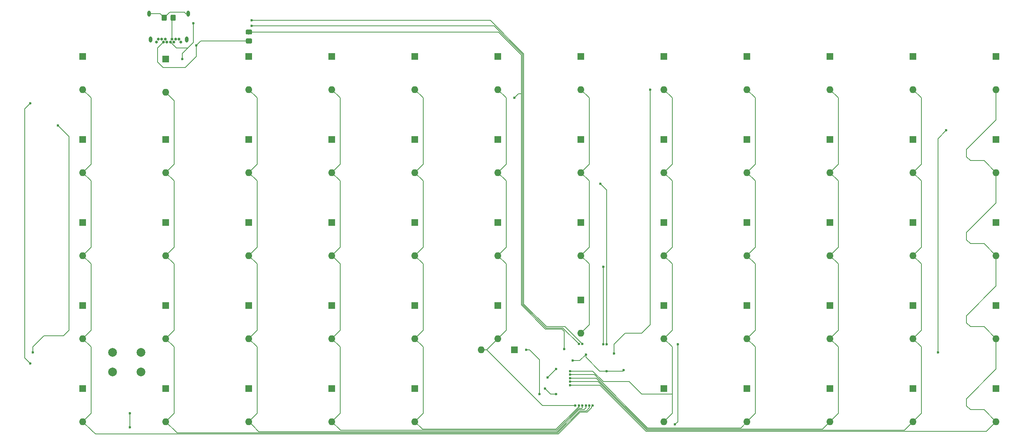
<source format=gbr>
G04 #@! TF.GenerationSoftware,KiCad,Pcbnew,5.1.1*
G04 #@! TF.CreationDate,2019-04-23T11:55:41+02:00*
G04 #@! TF.ProjectId,pcb,7063622e-6b69-4636-9164-5f7063625858,rev?*
G04 #@! TF.SameCoordinates,Original*
G04 #@! TF.FileFunction,Copper,L1,Top*
G04 #@! TF.FilePolarity,Positive*
%FSLAX46Y46*%
G04 Gerber Fmt 4.6, Leading zero omitted, Abs format (unit mm)*
G04 Created by KiCad (PCBNEW 5.1.1) date 2019-04-23 11:55:41*
%MOMM*%
%LPD*%
G04 APERTURE LIST*
%ADD10C,0.100000*%
%ADD11C,1.150000*%
%ADD12C,2.000000*%
%ADD13C,0.650000*%
%ADD14O,0.800000X1.400000*%
%ADD15O,1.600000X1.600000*%
%ADD16R,1.600000X1.600000*%
%ADD17C,0.600000*%
%ADD18C,0.152400*%
G04 APERTURE END LIST*
D10*
G36*
X85564505Y-34614204D02*
G01*
X85588773Y-34617804D01*
X85612572Y-34623765D01*
X85635671Y-34632030D01*
X85657850Y-34642520D01*
X85678893Y-34655132D01*
X85698599Y-34669747D01*
X85716777Y-34686223D01*
X85733253Y-34704401D01*
X85747868Y-34724107D01*
X85760480Y-34745150D01*
X85770970Y-34767329D01*
X85779235Y-34790428D01*
X85785196Y-34814227D01*
X85788796Y-34838495D01*
X85790000Y-34862999D01*
X85790000Y-35513001D01*
X85788796Y-35537505D01*
X85785196Y-35561773D01*
X85779235Y-35585572D01*
X85770970Y-35608671D01*
X85760480Y-35630850D01*
X85747868Y-35651893D01*
X85733253Y-35671599D01*
X85716777Y-35689777D01*
X85698599Y-35706253D01*
X85678893Y-35720868D01*
X85657850Y-35733480D01*
X85635671Y-35743970D01*
X85612572Y-35752235D01*
X85588773Y-35758196D01*
X85564505Y-35761796D01*
X85540001Y-35763000D01*
X84639999Y-35763000D01*
X84615495Y-35761796D01*
X84591227Y-35758196D01*
X84567428Y-35752235D01*
X84544329Y-35743970D01*
X84522150Y-35733480D01*
X84501107Y-35720868D01*
X84481401Y-35706253D01*
X84463223Y-35689777D01*
X84446747Y-35671599D01*
X84432132Y-35651893D01*
X84419520Y-35630850D01*
X84409030Y-35608671D01*
X84400765Y-35585572D01*
X84394804Y-35561773D01*
X84391204Y-35537505D01*
X84390000Y-35513001D01*
X84390000Y-34862999D01*
X84391204Y-34838495D01*
X84394804Y-34814227D01*
X84400765Y-34790428D01*
X84409030Y-34767329D01*
X84419520Y-34745150D01*
X84432132Y-34724107D01*
X84446747Y-34704401D01*
X84463223Y-34686223D01*
X84481401Y-34669747D01*
X84501107Y-34655132D01*
X84522150Y-34642520D01*
X84544329Y-34632030D01*
X84567428Y-34623765D01*
X84591227Y-34617804D01*
X84615495Y-34614204D01*
X84639999Y-34613000D01*
X85540001Y-34613000D01*
X85564505Y-34614204D01*
X85564505Y-34614204D01*
G37*
D11*
X85090000Y-35188000D03*
D10*
G36*
X85564505Y-32564204D02*
G01*
X85588773Y-32567804D01*
X85612572Y-32573765D01*
X85635671Y-32582030D01*
X85657850Y-32592520D01*
X85678893Y-32605132D01*
X85698599Y-32619747D01*
X85716777Y-32636223D01*
X85733253Y-32654401D01*
X85747868Y-32674107D01*
X85760480Y-32695150D01*
X85770970Y-32717329D01*
X85779235Y-32740428D01*
X85785196Y-32764227D01*
X85788796Y-32788495D01*
X85790000Y-32812999D01*
X85790000Y-33463001D01*
X85788796Y-33487505D01*
X85785196Y-33511773D01*
X85779235Y-33535572D01*
X85770970Y-33558671D01*
X85760480Y-33580850D01*
X85747868Y-33601893D01*
X85733253Y-33621599D01*
X85716777Y-33639777D01*
X85698599Y-33656253D01*
X85678893Y-33670868D01*
X85657850Y-33683480D01*
X85635671Y-33693970D01*
X85612572Y-33702235D01*
X85588773Y-33708196D01*
X85564505Y-33711796D01*
X85540001Y-33713000D01*
X84639999Y-33713000D01*
X84615495Y-33711796D01*
X84591227Y-33708196D01*
X84567428Y-33702235D01*
X84544329Y-33693970D01*
X84522150Y-33683480D01*
X84501107Y-33670868D01*
X84481401Y-33656253D01*
X84463223Y-33639777D01*
X84446747Y-33621599D01*
X84432132Y-33601893D01*
X84419520Y-33580850D01*
X84409030Y-33558671D01*
X84400765Y-33535572D01*
X84394804Y-33511773D01*
X84391204Y-33487505D01*
X84390000Y-33463001D01*
X84390000Y-32812999D01*
X84391204Y-32788495D01*
X84394804Y-32764227D01*
X84400765Y-32740428D01*
X84409030Y-32717329D01*
X84419520Y-32695150D01*
X84432132Y-32674107D01*
X84446747Y-32654401D01*
X84463223Y-32636223D01*
X84481401Y-32619747D01*
X84501107Y-32605132D01*
X84522150Y-32592520D01*
X84544329Y-32582030D01*
X84567428Y-32573765D01*
X84591227Y-32567804D01*
X84615495Y-32564204D01*
X84639999Y-32563000D01*
X85540001Y-32563000D01*
X85564505Y-32564204D01*
X85564505Y-32564204D01*
G37*
D11*
X85090000Y-33138000D03*
D12*
X53825000Y-106680000D03*
X53825000Y-111180000D03*
X60325000Y-106680000D03*
X60325000Y-111180000D03*
D10*
G36*
X68049505Y-29146204D02*
G01*
X68073773Y-29149804D01*
X68097572Y-29155765D01*
X68120671Y-29164030D01*
X68142850Y-29174520D01*
X68163893Y-29187132D01*
X68183599Y-29201747D01*
X68201777Y-29218223D01*
X68218253Y-29236401D01*
X68232868Y-29256107D01*
X68245480Y-29277150D01*
X68255970Y-29299329D01*
X68264235Y-29322428D01*
X68270196Y-29346227D01*
X68273796Y-29370495D01*
X68275000Y-29394999D01*
X68275000Y-30295001D01*
X68273796Y-30319505D01*
X68270196Y-30343773D01*
X68264235Y-30367572D01*
X68255970Y-30390671D01*
X68245480Y-30412850D01*
X68232868Y-30433893D01*
X68218253Y-30453599D01*
X68201777Y-30471777D01*
X68183599Y-30488253D01*
X68163893Y-30502868D01*
X68142850Y-30515480D01*
X68120671Y-30525970D01*
X68097572Y-30534235D01*
X68073773Y-30540196D01*
X68049505Y-30543796D01*
X68025001Y-30545000D01*
X67374999Y-30545000D01*
X67350495Y-30543796D01*
X67326227Y-30540196D01*
X67302428Y-30534235D01*
X67279329Y-30525970D01*
X67257150Y-30515480D01*
X67236107Y-30502868D01*
X67216401Y-30488253D01*
X67198223Y-30471777D01*
X67181747Y-30453599D01*
X67167132Y-30433893D01*
X67154520Y-30412850D01*
X67144030Y-30390671D01*
X67135765Y-30367572D01*
X67129804Y-30343773D01*
X67126204Y-30319505D01*
X67125000Y-30295001D01*
X67125000Y-29394999D01*
X67126204Y-29370495D01*
X67129804Y-29346227D01*
X67135765Y-29322428D01*
X67144030Y-29299329D01*
X67154520Y-29277150D01*
X67167132Y-29256107D01*
X67181747Y-29236401D01*
X67198223Y-29218223D01*
X67216401Y-29201747D01*
X67236107Y-29187132D01*
X67257150Y-29174520D01*
X67279329Y-29164030D01*
X67302428Y-29155765D01*
X67326227Y-29149804D01*
X67350495Y-29146204D01*
X67374999Y-29145000D01*
X68025001Y-29145000D01*
X68049505Y-29146204D01*
X68049505Y-29146204D01*
G37*
D11*
X67700000Y-29845000D03*
D10*
G36*
X65999505Y-29146204D02*
G01*
X66023773Y-29149804D01*
X66047572Y-29155765D01*
X66070671Y-29164030D01*
X66092850Y-29174520D01*
X66113893Y-29187132D01*
X66133599Y-29201747D01*
X66151777Y-29218223D01*
X66168253Y-29236401D01*
X66182868Y-29256107D01*
X66195480Y-29277150D01*
X66205970Y-29299329D01*
X66214235Y-29322428D01*
X66220196Y-29346227D01*
X66223796Y-29370495D01*
X66225000Y-29394999D01*
X66225000Y-30295001D01*
X66223796Y-30319505D01*
X66220196Y-30343773D01*
X66214235Y-30367572D01*
X66205970Y-30390671D01*
X66195480Y-30412850D01*
X66182868Y-30433893D01*
X66168253Y-30453599D01*
X66151777Y-30471777D01*
X66133599Y-30488253D01*
X66113893Y-30502868D01*
X66092850Y-30515480D01*
X66070671Y-30525970D01*
X66047572Y-30534235D01*
X66023773Y-30540196D01*
X65999505Y-30543796D01*
X65975001Y-30545000D01*
X65324999Y-30545000D01*
X65300495Y-30543796D01*
X65276227Y-30540196D01*
X65252428Y-30534235D01*
X65229329Y-30525970D01*
X65207150Y-30515480D01*
X65186107Y-30502868D01*
X65166401Y-30488253D01*
X65148223Y-30471777D01*
X65131747Y-30453599D01*
X65117132Y-30433893D01*
X65104520Y-30412850D01*
X65094030Y-30390671D01*
X65085765Y-30367572D01*
X65079804Y-30343773D01*
X65076204Y-30319505D01*
X65075000Y-30295001D01*
X65075000Y-29394999D01*
X65076204Y-29370495D01*
X65079804Y-29346227D01*
X65085765Y-29322428D01*
X65094030Y-29299329D01*
X65104520Y-29277150D01*
X65117132Y-29256107D01*
X65131747Y-29236401D01*
X65148223Y-29218223D01*
X65166401Y-29201747D01*
X65186107Y-29187132D01*
X65207150Y-29174520D01*
X65229329Y-29164030D01*
X65252428Y-29155765D01*
X65276227Y-29149804D01*
X65300495Y-29146204D01*
X65324999Y-29145000D01*
X65975001Y-29145000D01*
X65999505Y-29146204D01*
X65999505Y-29146204D01*
G37*
D11*
X65650000Y-29845000D03*
D13*
X64275000Y-34760000D03*
X65075000Y-34760000D03*
X65875000Y-34760000D03*
X67475000Y-34760000D03*
X68275000Y-34760000D03*
X69075000Y-34760000D03*
X63875000Y-35460000D03*
X65475000Y-35460000D03*
X66275000Y-35460000D03*
X67075000Y-35460000D03*
X67875000Y-35460000D03*
X69475000Y-35460000D03*
D14*
X62185000Y-28910000D03*
X71165000Y-28910000D03*
X70805000Y-34860000D03*
X62545000Y-34860000D03*
D15*
X256540000Y-122555000D03*
D16*
X256540000Y-114935000D03*
D15*
X237490000Y-122555000D03*
D16*
X237490000Y-114935000D03*
D15*
X218440000Y-122555000D03*
D16*
X218440000Y-114935000D03*
D15*
X199390000Y-122555000D03*
D16*
X199390000Y-114935000D03*
D15*
X180340000Y-122555000D03*
D16*
X180340000Y-114935000D03*
D15*
X138430000Y-106045000D03*
D16*
X146050000Y-106045000D03*
D15*
X123190000Y-122555000D03*
D16*
X123190000Y-114935000D03*
D15*
X104140000Y-122555000D03*
D16*
X104140000Y-114935000D03*
D15*
X85090000Y-122555000D03*
D16*
X85090000Y-114935000D03*
D15*
X66040000Y-122555000D03*
D16*
X66040000Y-114935000D03*
D15*
X46990000Y-122555000D03*
D16*
X46990000Y-114935000D03*
D15*
X256540000Y-103505000D03*
D16*
X256540000Y-95885000D03*
D15*
X237490000Y-103505000D03*
D16*
X237490000Y-95885000D03*
D15*
X218440000Y-103505000D03*
D16*
X218440000Y-95885000D03*
D15*
X199390000Y-103505000D03*
D16*
X199390000Y-95885000D03*
D15*
X180340000Y-103505000D03*
D16*
X180340000Y-95885000D03*
D15*
X161290000Y-102235000D03*
D16*
X161290000Y-94615000D03*
D15*
X142240000Y-103505000D03*
D16*
X142240000Y-95885000D03*
D15*
X123190000Y-103505000D03*
D16*
X123190000Y-95885000D03*
D15*
X104140000Y-103505000D03*
D16*
X104140000Y-95885000D03*
D15*
X85090000Y-103505000D03*
D16*
X85090000Y-95885000D03*
D15*
X66040000Y-103505000D03*
D16*
X66040000Y-95885000D03*
D15*
X46990000Y-103505000D03*
D16*
X46990000Y-95885000D03*
D15*
X256540000Y-84455000D03*
D16*
X256540000Y-76835000D03*
D15*
X237490000Y-84455000D03*
D16*
X237490000Y-76835000D03*
D15*
X218440000Y-84455000D03*
D16*
X218440000Y-76835000D03*
D15*
X199390000Y-84455000D03*
D16*
X199390000Y-76835000D03*
D15*
X180340000Y-84455000D03*
D16*
X180340000Y-76835000D03*
D15*
X161290000Y-84455000D03*
D16*
X161290000Y-76835000D03*
D15*
X142240000Y-84455000D03*
D16*
X142240000Y-76835000D03*
D15*
X123190000Y-84455000D03*
D16*
X123190000Y-76835000D03*
D15*
X104140000Y-84455000D03*
D16*
X104140000Y-76835000D03*
D15*
X85090000Y-84455000D03*
D16*
X85090000Y-76835000D03*
D15*
X66040000Y-84455000D03*
D16*
X66040000Y-76835000D03*
D15*
X46990000Y-84455000D03*
D16*
X46990000Y-76835000D03*
D15*
X256540000Y-65405000D03*
D16*
X256540000Y-57785000D03*
D15*
X237490000Y-65405000D03*
D16*
X237490000Y-57785000D03*
D15*
X218440000Y-65405000D03*
D16*
X218440000Y-57785000D03*
D15*
X199390000Y-65405000D03*
D16*
X199390000Y-57785000D03*
D15*
X180340000Y-65405000D03*
D16*
X180340000Y-57785000D03*
D15*
X161290000Y-65405000D03*
D16*
X161290000Y-57785000D03*
D15*
X142240000Y-65405000D03*
D16*
X142240000Y-57785000D03*
D15*
X123190000Y-65405000D03*
D16*
X123190000Y-57785000D03*
D15*
X104140000Y-65405000D03*
D16*
X104140000Y-57785000D03*
D15*
X85090000Y-65405000D03*
D16*
X85090000Y-57785000D03*
D15*
X66040000Y-65405000D03*
D16*
X66040000Y-57785000D03*
D15*
X46990000Y-65405000D03*
D16*
X46990000Y-57785000D03*
D15*
X256540000Y-46355000D03*
D16*
X256540000Y-38735000D03*
D15*
X237490000Y-46355000D03*
D16*
X237490000Y-38735000D03*
D15*
X218440000Y-46355000D03*
D16*
X218440000Y-38735000D03*
D15*
X199390000Y-46355000D03*
D16*
X199390000Y-38735000D03*
D15*
X180340000Y-46355000D03*
D16*
X180340000Y-38735000D03*
D15*
X161290000Y-46355000D03*
D16*
X161290000Y-38735000D03*
D15*
X142240000Y-46355000D03*
D16*
X142240000Y-38735000D03*
D15*
X123190000Y-46355000D03*
D16*
X123190000Y-38735000D03*
D15*
X104140000Y-46355000D03*
D16*
X104140000Y-38735000D03*
D15*
X85090000Y-46355000D03*
D16*
X85090000Y-38735000D03*
D15*
X66040000Y-46990000D03*
D16*
X66040000Y-39370000D03*
D15*
X46990000Y-46355000D03*
D16*
X46990000Y-38735000D03*
D17*
X171069000Y-110744000D03*
X162395000Y-107150000D03*
X159360000Y-108560000D03*
X167195000Y-110935000D03*
X73025000Y-36195000D03*
X163995100Y-118808500D03*
X163195000Y-118808500D03*
X162394900Y-118808500D03*
X161594800Y-118808500D03*
X160794700Y-118808500D03*
X159994600Y-118808500D03*
X158826200Y-110947200D03*
X158826200Y-111760000D03*
X158826200Y-112572800D03*
X158826200Y-113360200D03*
X158826200Y-114173000D03*
X148717000Y-106045000D03*
X151765000Y-116205000D03*
X155575000Y-110490000D03*
X153670000Y-112395000D03*
X35560000Y-106680000D03*
X41275000Y-54610000D03*
X243205000Y-106680000D03*
X245110000Y-55700000D03*
X72390000Y-31115000D03*
X69850000Y-39370000D03*
X57785000Y-120650000D03*
X57785000Y-123825000D03*
X183515000Y-104775000D03*
X182880000Y-123190000D03*
X161594800Y-104749600D03*
X85725000Y-30480000D03*
X160794700Y-104749600D03*
X85725000Y-31750000D03*
X168894760Y-106898440D03*
X177165000Y-46355000D03*
X167195500Y-104782620D03*
X165735000Y-67945000D03*
X166392860Y-104782620D03*
X166392860Y-87017860D03*
X157480000Y-105918000D03*
X34925000Y-49530000D03*
X34925000Y-109220000D03*
X146050000Y-48260000D03*
X155575000Y-116205000D03*
X153035000Y-114935000D03*
D18*
X160985000Y-108560000D02*
X162395000Y-107150000D01*
X159360000Y-108560000D02*
X160985000Y-108560000D01*
X162395000Y-107150000D02*
X162395000Y-107785000D01*
X165545000Y-110935000D02*
X167195000Y-110935000D01*
X162395000Y-107785000D02*
X165545000Y-110935000D01*
X170878000Y-110935000D02*
X171069000Y-110744000D01*
X167195000Y-110935000D02*
X170878000Y-110935000D01*
X64715000Y-28910000D02*
X65650000Y-29845000D01*
X62185000Y-28910000D02*
X64715000Y-28910000D01*
X65650000Y-29845000D02*
X66920000Y-28575000D01*
X66920000Y-28575000D02*
X69850000Y-28575000D01*
X70277600Y-28575000D02*
X69850000Y-28575000D01*
X70612600Y-28910000D02*
X70277600Y-28575000D01*
X71165000Y-28910000D02*
X70612600Y-28910000D01*
X73025000Y-36195000D02*
X73025000Y-38735000D01*
X73025000Y-38735000D02*
X70485000Y-41275000D01*
X70485000Y-41275000D02*
X65405000Y-41275000D01*
X65405000Y-41275000D02*
X64135000Y-40005000D01*
X64135000Y-36800000D02*
X65475000Y-35460000D01*
X64135000Y-40005000D02*
X64135000Y-36800000D01*
X74032000Y-35188000D02*
X73025000Y-36195000D01*
X85090000Y-35188000D02*
X74032000Y-35188000D01*
X48895000Y-63500000D02*
X46990000Y-65405000D01*
X46990000Y-46355000D02*
X48895000Y-48260000D01*
X48895000Y-48260000D02*
X48895000Y-63500000D01*
X48895000Y-82550000D02*
X46990000Y-84455000D01*
X46990000Y-65405000D02*
X48895000Y-67310000D01*
X48895000Y-67310000D02*
X48895000Y-82550000D01*
X48895000Y-101600000D02*
X46990000Y-103505000D01*
X46990000Y-84455000D02*
X48895000Y-86360000D01*
X48895000Y-86360000D02*
X48895000Y-101600000D01*
X48895000Y-120650000D02*
X46990000Y-122555000D01*
X46990000Y-103505000D02*
X48895000Y-105410000D01*
X48895000Y-105410000D02*
X48895000Y-120650000D01*
X49110841Y-124675841D02*
X46990000Y-122555000D01*
X49161641Y-124675841D02*
X49110841Y-124675841D01*
X49885641Y-125399841D02*
X49161641Y-124675841D01*
X163695101Y-119108499D02*
X163695101Y-119372101D01*
X163995100Y-118808500D02*
X163695101Y-119108499D01*
X163695101Y-119372101D02*
X162691771Y-120375431D01*
X162691771Y-120375431D02*
X161091405Y-120375431D01*
X156066996Y-125399841D02*
X49885641Y-125399841D01*
X161091405Y-120375431D02*
X156066996Y-125399841D01*
X67945000Y-63500000D02*
X66040000Y-65405000D01*
X67945000Y-82550000D02*
X66040000Y-84455000D01*
X66040000Y-65405000D02*
X67945000Y-67310000D01*
X67945000Y-67310000D02*
X67945000Y-82550000D01*
X67945000Y-101600000D02*
X66040000Y-103505000D01*
X66040000Y-84455000D02*
X67945000Y-86360000D01*
X67945000Y-86360000D02*
X67945000Y-101600000D01*
X66040000Y-103505000D02*
X67945000Y-105410000D01*
X67945000Y-120650000D02*
X66040000Y-122555000D01*
X67945000Y-105410000D02*
X67945000Y-120650000D01*
X162478979Y-120096021D02*
X163195000Y-119380000D01*
X160975671Y-120096021D02*
X162478979Y-120096021D01*
X163195000Y-119380000D02*
X163195000Y-118808500D01*
X155951261Y-125120431D02*
X160975671Y-120096021D01*
X66040000Y-122555000D02*
X68605431Y-125120431D01*
X68605431Y-125120431D02*
X155951261Y-125120431D01*
X67945000Y-48895000D02*
X66040000Y-46990000D01*
X67945000Y-63500000D02*
X67945000Y-48895000D01*
X86995000Y-105410000D02*
X85090000Y-103505000D01*
X85090000Y-122555000D02*
X86995000Y-120650000D01*
X86995000Y-120650000D02*
X86995000Y-105410000D01*
X85090000Y-103505000D02*
X86995000Y-101600000D01*
X86995000Y-86360000D02*
X85090000Y-84455000D01*
X86995000Y-101600000D02*
X86995000Y-86360000D01*
X85090000Y-84455000D02*
X86995000Y-82550000D01*
X86995000Y-67310000D02*
X85090000Y-65405000D01*
X86995000Y-82550000D02*
X86995000Y-67310000D01*
X86995000Y-63500000D02*
X85090000Y-65405000D01*
X85090000Y-46355000D02*
X86995000Y-48260000D01*
X86995000Y-48260000D02*
X86995000Y-63500000D01*
X162394900Y-119392700D02*
X161970989Y-119816611D01*
X161970989Y-119816611D02*
X160859936Y-119816611D01*
X85889999Y-123354999D02*
X85090000Y-122555000D01*
X160859936Y-119816611D02*
X155835526Y-124841021D01*
X162394900Y-118808500D02*
X162394900Y-119392700D01*
X155835526Y-124841021D02*
X87376021Y-124841021D01*
X87376021Y-124841021D02*
X85889999Y-123354999D01*
X104140000Y-103505000D02*
X106045000Y-105410000D01*
X106045000Y-105410000D02*
X106045000Y-120650000D01*
X106045000Y-120650000D02*
X104140000Y-122555000D01*
X106045000Y-63500000D02*
X104140000Y-65405000D01*
X104140000Y-46355000D02*
X106045000Y-48260000D01*
X106045000Y-48260000D02*
X106045000Y-63500000D01*
X106045000Y-67310000D02*
X104140000Y-65405000D01*
X104140000Y-84455000D02*
X106045000Y-82550000D01*
X106045000Y-82550000D02*
X106045000Y-67310000D01*
X104140000Y-84455000D02*
X104939999Y-85254999D01*
X104939999Y-85254999D02*
X106045000Y-86360000D01*
X106045000Y-86360000D02*
X106045000Y-101600000D01*
X104140000Y-103505000D02*
X104939999Y-102705001D01*
X104939999Y-102705001D02*
X106045000Y-101600000D01*
X161594800Y-118808500D02*
X161594800Y-119232764D01*
X155719792Y-124561611D02*
X106146611Y-124561611D01*
X160744202Y-119537201D02*
X155719792Y-124561611D01*
X161437599Y-119537201D02*
X160744202Y-119537201D01*
X106146611Y-124561611D02*
X104140000Y-122555000D01*
X161594800Y-119156564D02*
X161594800Y-119380000D01*
X161594800Y-119380000D02*
X161437599Y-119537201D01*
X123190000Y-103505000D02*
X125095000Y-105410000D01*
X125095000Y-105410000D02*
X125095000Y-120650000D01*
X125095000Y-120650000D02*
X123190000Y-122555000D01*
X125095000Y-48260000D02*
X123190000Y-46355000D01*
X123190000Y-65405000D02*
X125095000Y-63500000D01*
X125095000Y-63500000D02*
X125095000Y-48260000D01*
X125095000Y-82550000D02*
X123190000Y-84455000D01*
X123190000Y-65405000D02*
X125095000Y-67310000D01*
X125095000Y-67310000D02*
X125095000Y-82550000D01*
X125095000Y-101600000D02*
X123190000Y-103505000D01*
X123190000Y-84455000D02*
X125095000Y-86360000D01*
X125095000Y-86360000D02*
X125095000Y-101600000D01*
X124917201Y-124282201D02*
X123190000Y-122555000D01*
X155604057Y-124282201D02*
X124917201Y-124282201D01*
X160769673Y-119257791D02*
X160628467Y-119257791D01*
X160628467Y-119257791D02*
X155604057Y-124282201D01*
X160794700Y-119232764D02*
X160769673Y-119257791D01*
X160794700Y-118808500D02*
X160794700Y-119232764D01*
X144145000Y-63500000D02*
X142240000Y-65405000D01*
X142240000Y-46355000D02*
X144145000Y-48260000D01*
X144145000Y-48260000D02*
X144145000Y-63500000D01*
X144145000Y-82550000D02*
X142240000Y-84455000D01*
X142240000Y-65405000D02*
X144145000Y-67310000D01*
X144145000Y-67310000D02*
X144145000Y-82550000D01*
X142240000Y-84455000D02*
X144145000Y-86360000D01*
X144145000Y-86360000D02*
X144145000Y-101600000D01*
X144145000Y-101600000D02*
X142240000Y-103505000D01*
X139700000Y-106045000D02*
X138430000Y-106045000D01*
X142240000Y-103505000D02*
X139700000Y-106045000D01*
X152463500Y-118808500D02*
X154876500Y-118808500D01*
X139700000Y-106045000D02*
X152463500Y-118808500D01*
X159994600Y-118808500D02*
X154876500Y-118808500D01*
X154876500Y-118808500D02*
X153670000Y-118808500D01*
X161290000Y-84455000D02*
X163195000Y-86360000D01*
X161290000Y-65405000D02*
X163195000Y-67310000D01*
X163195000Y-67310000D02*
X163195000Y-82550000D01*
X163195000Y-82550000D02*
X161290000Y-84455000D01*
X163195000Y-48260000D02*
X161290000Y-46355000D01*
X161290000Y-65405000D02*
X163195000Y-63500000D01*
X163195000Y-63500000D02*
X163195000Y-48260000D01*
X163195000Y-100330000D02*
X161290000Y-102235000D01*
X163195000Y-86360000D02*
X163195000Y-100330000D01*
X182245000Y-105410000D02*
X180340000Y-103505000D01*
X180340000Y-122555000D02*
X182245000Y-120650000D01*
X182245000Y-86360000D02*
X180340000Y-84455000D01*
X180340000Y-103505000D02*
X182245000Y-101600000D01*
X182245000Y-101600000D02*
X182245000Y-86360000D01*
X180340000Y-84455000D02*
X182245000Y-82550000D01*
X182245000Y-67310000D02*
X180340000Y-65405000D01*
X182245000Y-82550000D02*
X182245000Y-67310000D01*
X182245000Y-48260000D02*
X180340000Y-46355000D01*
X180340000Y-65405000D02*
X182245000Y-63500000D01*
X182245000Y-63500000D02*
X182245000Y-48260000D01*
X182245000Y-120650000D02*
X182245000Y-116205000D01*
X182245000Y-116205000D02*
X182245000Y-105410000D01*
X163970634Y-110947200D02*
X158826200Y-110947200D01*
X166396333Y-113372899D02*
X163970634Y-110947200D01*
X172377099Y-113372899D02*
X166396333Y-113372899D01*
X182245000Y-116205000D02*
X175209200Y-116205000D01*
X175209200Y-116205000D02*
X172377099Y-113372899D01*
X201295000Y-63500000D02*
X199390000Y-65405000D01*
X199390000Y-46355000D02*
X201295000Y-48260000D01*
X201295000Y-48260000D02*
X201295000Y-63500000D01*
X201295000Y-82550000D02*
X199390000Y-84455000D01*
X199390000Y-65405000D02*
X201295000Y-67310000D01*
X201295000Y-67310000D02*
X201295000Y-82550000D01*
X201295000Y-101600000D02*
X199390000Y-103505000D01*
X199390000Y-84455000D02*
X201295000Y-86360000D01*
X201295000Y-86360000D02*
X201295000Y-101600000D01*
X201295000Y-120650000D02*
X199390000Y-122555000D01*
X199390000Y-103505000D02*
X201295000Y-105410000D01*
X201295000Y-105410000D02*
X201295000Y-120650000D01*
X197967600Y-123977400D02*
X199390000Y-122555000D01*
X176605690Y-123977400D02*
X197967600Y-123977400D01*
X158826200Y-111760000D02*
X164388290Y-111760000D01*
X164388290Y-111760000D02*
X176605690Y-123977400D01*
X218440000Y-122555000D02*
X220345000Y-120650000D01*
X220345000Y-120650000D02*
X220345000Y-105410000D01*
X220345000Y-105410000D02*
X218440000Y-103505000D01*
X220345000Y-86360000D02*
X218440000Y-84455000D01*
X218440000Y-103505000D02*
X220345000Y-101600000D01*
X220345000Y-101600000D02*
X220345000Y-86360000D01*
X220345000Y-67310000D02*
X218440000Y-65405000D01*
X218440000Y-84455000D02*
X220345000Y-82550000D01*
X220345000Y-82550000D02*
X220345000Y-67310000D01*
X220345000Y-48260000D02*
X218440000Y-46355000D01*
X218440000Y-65405000D02*
X220345000Y-63500000D01*
X220345000Y-63500000D02*
X220345000Y-48260000D01*
X158826200Y-112572800D02*
X164805946Y-112572800D01*
X217640001Y-123354999D02*
X218440000Y-122555000D01*
X216738190Y-124256810D02*
X217640001Y-123354999D01*
X176489955Y-124256810D02*
X216738190Y-124256810D01*
X164805946Y-112572800D02*
X176489955Y-124256810D01*
X237490000Y-103505000D02*
X239395000Y-105410000D01*
X239395000Y-105410000D02*
X239395000Y-120650000D01*
X239395000Y-120650000D02*
X237490000Y-122555000D01*
X237490000Y-84455000D02*
X239395000Y-86360000D01*
X239395000Y-86360000D02*
X239395000Y-101600000D01*
X239395000Y-101600000D02*
X237490000Y-103505000D01*
X237490000Y-46355000D02*
X239395000Y-48260000D01*
X239395000Y-63500000D02*
X237490000Y-65405000D01*
X239395000Y-48260000D02*
X239395000Y-63500000D01*
X239395000Y-67310000D02*
X237490000Y-65405000D01*
X237490000Y-84455000D02*
X239395000Y-82550000D01*
X239395000Y-82550000D02*
X239395000Y-67310000D01*
X158826200Y-113360200D02*
X165198202Y-113360200D01*
X235508780Y-124536220D02*
X236690001Y-123354999D01*
X236690001Y-123354999D02*
X237490000Y-122555000D01*
X165198202Y-113360200D02*
X176374220Y-124536220D01*
X176374220Y-124536220D02*
X235508780Y-124536220D01*
X249756799Y-99877537D02*
X249756799Y-98242463D01*
X256540000Y-103505000D02*
X253798201Y-100763201D01*
X250642463Y-100763201D02*
X249756799Y-99877537D01*
X253798201Y-100763201D02*
X250642463Y-100763201D01*
X256540000Y-91459262D02*
X256540000Y-84455000D01*
X249756799Y-98242463D02*
X256540000Y-91459262D01*
X249756799Y-117292463D02*
X256540000Y-110509262D01*
X249756799Y-118927537D02*
X249756799Y-117292463D01*
X256540000Y-122555000D02*
X253798201Y-119813201D01*
X256540000Y-110509262D02*
X256540000Y-103505000D01*
X250642463Y-119813201D02*
X249756799Y-118927537D01*
X253798201Y-119813201D02*
X250642463Y-119813201D01*
X249756799Y-80827537D02*
X249756799Y-79173201D01*
X250642463Y-81713201D02*
X249756799Y-80827537D01*
X256540000Y-84455000D02*
X253798201Y-81713201D01*
X253798201Y-81713201D02*
X250642463Y-81713201D01*
X256540000Y-72390000D02*
X256540000Y-65405000D01*
X249756799Y-79173201D02*
X256540000Y-72390000D01*
X249756799Y-61777537D02*
X249756799Y-60123201D01*
X250642463Y-62663201D02*
X249756799Y-61777537D01*
X256540000Y-65405000D02*
X253798201Y-62663201D01*
X253798201Y-62663201D02*
X250642463Y-62663201D01*
X256540000Y-53340000D02*
X256540000Y-46355000D01*
X249756799Y-60123201D02*
X256540000Y-53340000D01*
X158826200Y-114173000D02*
X165615859Y-114173000D01*
X165615859Y-114173004D02*
X176258485Y-124815630D01*
X165615859Y-114173000D02*
X165615859Y-114173004D01*
X254279370Y-124815630D02*
X256540000Y-122555000D01*
X176258485Y-124815630D02*
X254279370Y-124815630D01*
X148717000Y-106045000D02*
X149479000Y-106045000D01*
X149479000Y-106045000D02*
X151765000Y-108331000D01*
X151765000Y-108331000D02*
X151765000Y-111125000D01*
X151765000Y-111125000D02*
X151765000Y-116205000D01*
X151765000Y-116205000D02*
X151765000Y-116205000D01*
X155575000Y-110490000D02*
X153670000Y-112395000D01*
X153670000Y-112395000D02*
X153670000Y-112395000D01*
X43815000Y-57150000D02*
X43815000Y-101580738D01*
X43815000Y-99675738D02*
X43815000Y-101600000D01*
X43815000Y-101600000D02*
X42545000Y-102870000D01*
X42545000Y-102870000D02*
X38100000Y-102870000D01*
X38100000Y-102870000D02*
X35560000Y-105410000D01*
X35560000Y-105410000D02*
X35560000Y-106680000D01*
X35560000Y-106680000D02*
X35560000Y-106680000D01*
X43815000Y-57150000D02*
X41275000Y-54610000D01*
X41275000Y-54610000D02*
X41275000Y-54610000D01*
X243205000Y-57605000D02*
X245110000Y-55700000D01*
X243205000Y-57605000D02*
X243205000Y-106680000D01*
X67475000Y-30070000D02*
X67700000Y-29845000D01*
X67475000Y-34760000D02*
X67475000Y-30070000D01*
X67075000Y-35460000D02*
X68445000Y-36830000D01*
X72390000Y-31115000D02*
X72390000Y-31115000D01*
X68445000Y-36830000D02*
X71120000Y-36830000D01*
X72390000Y-35560000D02*
X72390000Y-31115000D01*
X71120000Y-36830000D02*
X72390000Y-35560000D01*
X69850000Y-38100000D02*
X71120000Y-36830000D01*
X69850000Y-39370000D02*
X69850000Y-38100000D01*
X57785000Y-120650000D02*
X57785000Y-123825000D01*
X57785000Y-123825000D02*
X57785000Y-123825000D01*
X183515000Y-104775000D02*
X183515000Y-122555000D01*
X183515000Y-122555000D02*
X182880000Y-123190000D01*
X182880000Y-123190000D02*
X182880000Y-123190000D01*
X157608401Y-100763201D02*
X161594800Y-104749600D01*
X148156799Y-38146510D02*
X148156799Y-95528509D01*
X153391491Y-100763201D02*
X157608401Y-100763201D01*
X148156799Y-95528509D02*
X153391491Y-100763201D01*
X140490289Y-30480000D02*
X148156799Y-38146510D01*
X85725000Y-30480000D02*
X140490289Y-30480000D01*
X157087711Y-101042611D02*
X160794700Y-104749600D01*
X147877389Y-95644244D02*
X153275756Y-101042611D01*
X153275756Y-101042611D02*
X157087711Y-101042611D01*
X147877389Y-38262244D02*
X147877389Y-95644244D01*
X85725000Y-31750000D02*
X141365145Y-31750000D01*
X141365145Y-31750000D02*
X147877389Y-38262244D01*
X168894760Y-106898440D02*
X168894760Y-104790240D01*
X168894760Y-104790240D02*
X171450000Y-102235000D01*
X171450000Y-102235000D02*
X175260000Y-102235000D01*
X175260000Y-102235000D02*
X177165000Y-100330000D01*
X177165000Y-100330000D02*
X177165000Y-48895000D01*
X177165000Y-48895000D02*
X177165000Y-48895000D01*
X177165000Y-48895000D02*
X177165000Y-46355000D01*
X177165000Y-46355000D02*
X177165000Y-46355000D01*
X167195500Y-104782620D02*
X167195500Y-69405500D01*
X167195500Y-69405500D02*
X165735000Y-67945000D01*
X165735000Y-67945000D02*
X165735000Y-67945000D01*
X166392860Y-104782620D02*
X166392860Y-87017860D01*
X166392860Y-87017860D02*
X166392860Y-87017860D01*
X157480000Y-105918000D02*
X157480000Y-101830044D01*
X157480000Y-101830044D02*
X156971977Y-101322021D01*
X153160021Y-101322021D02*
X147597979Y-95759979D01*
X156971977Y-101322021D02*
X153160021Y-101322021D01*
X147597979Y-95759979D02*
X147597979Y-79607871D01*
X34925000Y-49530000D02*
X33655000Y-50800000D01*
X33655000Y-50800000D02*
X33655000Y-107950000D01*
X33655000Y-107950000D02*
X34925000Y-109220000D01*
X34925000Y-109220000D02*
X34925000Y-109220000D01*
X146962979Y-47347021D02*
X146050000Y-48260000D01*
X147597979Y-47347021D02*
X146962979Y-47347021D01*
X147597979Y-79607871D02*
X147597979Y-47347021D01*
X155575000Y-116205000D02*
X154305000Y-116205000D01*
X154305000Y-116205000D02*
X153035000Y-114935000D01*
X153035000Y-114935000D02*
X153035000Y-114935000D01*
X147597979Y-38377979D02*
X147597979Y-47347021D01*
X85090000Y-33138000D02*
X142358000Y-33138000D01*
X142358000Y-33138000D02*
X147597979Y-38377979D01*
M02*

</source>
